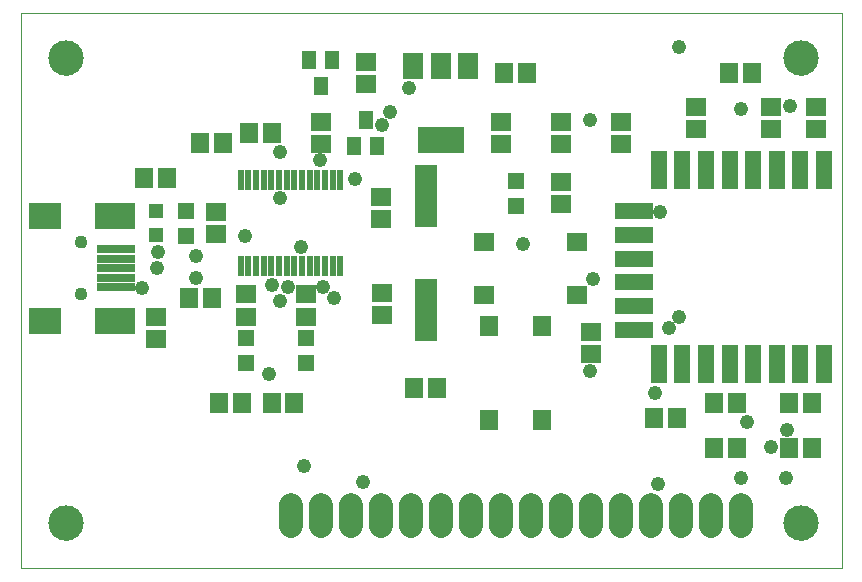
<source format=gts>
G75*
%MOIN*%
%OFA0B0*%
%FSLAX25Y25*%
%IPPOS*%
%LPD*%
%AMOC8*
5,1,8,0,0,1.08239X$1,22.5*
%
%ADD10C,0.00000*%
%ADD11C,0.11824*%
%ADD12R,0.06706X0.05918*%
%ADD13R,0.05918X0.06706*%
%ADD14R,0.02375X0.06706*%
%ADD15R,0.06706X0.08674*%
%ADD16R,0.15761X0.08674*%
%ADD17R,0.04737X0.04737*%
%ADD18R,0.05524X0.05524*%
%ADD19R,0.07800X0.20800*%
%ADD20R,0.05918X0.06902*%
%ADD21R,0.06902X0.05918*%
%ADD22R,0.04737X0.06312*%
%ADD23R,0.05524X0.12611*%
%ADD24R,0.12611X0.05524*%
%ADD25R,0.10643X0.08674*%
%ADD26R,0.13792X0.08674*%
%ADD27R,0.13005X0.02769*%
%ADD28C,0.04343*%
%ADD29C,0.07887*%
%ADD30C,0.04800*%
%ADD31C,0.04762*%
D10*
X0021404Y0011404D02*
X0021404Y0196364D01*
X0295104Y0196364D01*
X0295104Y0011404D01*
X0021404Y0011404D01*
X0030892Y0026404D02*
X0030894Y0026552D01*
X0030900Y0026700D01*
X0030910Y0026848D01*
X0030924Y0026995D01*
X0030942Y0027142D01*
X0030963Y0027288D01*
X0030989Y0027434D01*
X0031019Y0027579D01*
X0031052Y0027723D01*
X0031090Y0027866D01*
X0031131Y0028008D01*
X0031176Y0028149D01*
X0031224Y0028289D01*
X0031277Y0028428D01*
X0031333Y0028565D01*
X0031393Y0028700D01*
X0031456Y0028834D01*
X0031523Y0028966D01*
X0031594Y0029096D01*
X0031668Y0029224D01*
X0031745Y0029350D01*
X0031826Y0029474D01*
X0031910Y0029596D01*
X0031997Y0029715D01*
X0032088Y0029832D01*
X0032182Y0029947D01*
X0032278Y0030059D01*
X0032378Y0030169D01*
X0032480Y0030275D01*
X0032586Y0030379D01*
X0032694Y0030480D01*
X0032805Y0030578D01*
X0032918Y0030674D01*
X0033034Y0030766D01*
X0033152Y0030855D01*
X0033273Y0030940D01*
X0033396Y0031023D01*
X0033521Y0031102D01*
X0033648Y0031178D01*
X0033777Y0031250D01*
X0033908Y0031319D01*
X0034041Y0031384D01*
X0034176Y0031445D01*
X0034312Y0031503D01*
X0034449Y0031558D01*
X0034588Y0031608D01*
X0034729Y0031655D01*
X0034870Y0031698D01*
X0035013Y0031738D01*
X0035157Y0031773D01*
X0035301Y0031805D01*
X0035447Y0031832D01*
X0035593Y0031856D01*
X0035740Y0031876D01*
X0035887Y0031892D01*
X0036034Y0031904D01*
X0036182Y0031912D01*
X0036330Y0031916D01*
X0036478Y0031916D01*
X0036626Y0031912D01*
X0036774Y0031904D01*
X0036921Y0031892D01*
X0037068Y0031876D01*
X0037215Y0031856D01*
X0037361Y0031832D01*
X0037507Y0031805D01*
X0037651Y0031773D01*
X0037795Y0031738D01*
X0037938Y0031698D01*
X0038079Y0031655D01*
X0038220Y0031608D01*
X0038359Y0031558D01*
X0038496Y0031503D01*
X0038632Y0031445D01*
X0038767Y0031384D01*
X0038900Y0031319D01*
X0039031Y0031250D01*
X0039160Y0031178D01*
X0039287Y0031102D01*
X0039412Y0031023D01*
X0039535Y0030940D01*
X0039656Y0030855D01*
X0039774Y0030766D01*
X0039890Y0030674D01*
X0040003Y0030578D01*
X0040114Y0030480D01*
X0040222Y0030379D01*
X0040328Y0030275D01*
X0040430Y0030169D01*
X0040530Y0030059D01*
X0040626Y0029947D01*
X0040720Y0029832D01*
X0040811Y0029715D01*
X0040898Y0029596D01*
X0040982Y0029474D01*
X0041063Y0029350D01*
X0041140Y0029224D01*
X0041214Y0029096D01*
X0041285Y0028966D01*
X0041352Y0028834D01*
X0041415Y0028700D01*
X0041475Y0028565D01*
X0041531Y0028428D01*
X0041584Y0028289D01*
X0041632Y0028149D01*
X0041677Y0028008D01*
X0041718Y0027866D01*
X0041756Y0027723D01*
X0041789Y0027579D01*
X0041819Y0027434D01*
X0041845Y0027288D01*
X0041866Y0027142D01*
X0041884Y0026995D01*
X0041898Y0026848D01*
X0041908Y0026700D01*
X0041914Y0026552D01*
X0041916Y0026404D01*
X0041914Y0026256D01*
X0041908Y0026108D01*
X0041898Y0025960D01*
X0041884Y0025813D01*
X0041866Y0025666D01*
X0041845Y0025520D01*
X0041819Y0025374D01*
X0041789Y0025229D01*
X0041756Y0025085D01*
X0041718Y0024942D01*
X0041677Y0024800D01*
X0041632Y0024659D01*
X0041584Y0024519D01*
X0041531Y0024380D01*
X0041475Y0024243D01*
X0041415Y0024108D01*
X0041352Y0023974D01*
X0041285Y0023842D01*
X0041214Y0023712D01*
X0041140Y0023584D01*
X0041063Y0023458D01*
X0040982Y0023334D01*
X0040898Y0023212D01*
X0040811Y0023093D01*
X0040720Y0022976D01*
X0040626Y0022861D01*
X0040530Y0022749D01*
X0040430Y0022639D01*
X0040328Y0022533D01*
X0040222Y0022429D01*
X0040114Y0022328D01*
X0040003Y0022230D01*
X0039890Y0022134D01*
X0039774Y0022042D01*
X0039656Y0021953D01*
X0039535Y0021868D01*
X0039412Y0021785D01*
X0039287Y0021706D01*
X0039160Y0021630D01*
X0039031Y0021558D01*
X0038900Y0021489D01*
X0038767Y0021424D01*
X0038632Y0021363D01*
X0038496Y0021305D01*
X0038359Y0021250D01*
X0038220Y0021200D01*
X0038079Y0021153D01*
X0037938Y0021110D01*
X0037795Y0021070D01*
X0037651Y0021035D01*
X0037507Y0021003D01*
X0037361Y0020976D01*
X0037215Y0020952D01*
X0037068Y0020932D01*
X0036921Y0020916D01*
X0036774Y0020904D01*
X0036626Y0020896D01*
X0036478Y0020892D01*
X0036330Y0020892D01*
X0036182Y0020896D01*
X0036034Y0020904D01*
X0035887Y0020916D01*
X0035740Y0020932D01*
X0035593Y0020952D01*
X0035447Y0020976D01*
X0035301Y0021003D01*
X0035157Y0021035D01*
X0035013Y0021070D01*
X0034870Y0021110D01*
X0034729Y0021153D01*
X0034588Y0021200D01*
X0034449Y0021250D01*
X0034312Y0021305D01*
X0034176Y0021363D01*
X0034041Y0021424D01*
X0033908Y0021489D01*
X0033777Y0021558D01*
X0033648Y0021630D01*
X0033521Y0021706D01*
X0033396Y0021785D01*
X0033273Y0021868D01*
X0033152Y0021953D01*
X0033034Y0022042D01*
X0032918Y0022134D01*
X0032805Y0022230D01*
X0032694Y0022328D01*
X0032586Y0022429D01*
X0032480Y0022533D01*
X0032378Y0022639D01*
X0032278Y0022749D01*
X0032182Y0022861D01*
X0032088Y0022976D01*
X0031997Y0023093D01*
X0031910Y0023212D01*
X0031826Y0023334D01*
X0031745Y0023458D01*
X0031668Y0023584D01*
X0031594Y0023712D01*
X0031523Y0023842D01*
X0031456Y0023974D01*
X0031393Y0024108D01*
X0031333Y0024243D01*
X0031277Y0024380D01*
X0031224Y0024519D01*
X0031176Y0024659D01*
X0031131Y0024800D01*
X0031090Y0024942D01*
X0031052Y0025085D01*
X0031019Y0025229D01*
X0030989Y0025374D01*
X0030963Y0025520D01*
X0030942Y0025666D01*
X0030924Y0025813D01*
X0030910Y0025960D01*
X0030900Y0026108D01*
X0030894Y0026256D01*
X0030892Y0026404D01*
X0039632Y0102742D02*
X0039634Y0102826D01*
X0039640Y0102909D01*
X0039650Y0102992D01*
X0039664Y0103075D01*
X0039681Y0103157D01*
X0039703Y0103238D01*
X0039728Y0103317D01*
X0039757Y0103396D01*
X0039790Y0103473D01*
X0039826Y0103548D01*
X0039866Y0103622D01*
X0039909Y0103694D01*
X0039956Y0103763D01*
X0040006Y0103830D01*
X0040059Y0103895D01*
X0040115Y0103957D01*
X0040173Y0104017D01*
X0040235Y0104074D01*
X0040299Y0104127D01*
X0040366Y0104178D01*
X0040435Y0104225D01*
X0040506Y0104270D01*
X0040579Y0104310D01*
X0040654Y0104347D01*
X0040731Y0104381D01*
X0040809Y0104411D01*
X0040888Y0104437D01*
X0040969Y0104460D01*
X0041051Y0104478D01*
X0041133Y0104493D01*
X0041216Y0104504D01*
X0041299Y0104511D01*
X0041383Y0104514D01*
X0041467Y0104513D01*
X0041550Y0104508D01*
X0041634Y0104499D01*
X0041716Y0104486D01*
X0041798Y0104470D01*
X0041879Y0104449D01*
X0041960Y0104425D01*
X0042038Y0104397D01*
X0042116Y0104365D01*
X0042192Y0104329D01*
X0042266Y0104290D01*
X0042338Y0104248D01*
X0042408Y0104202D01*
X0042476Y0104153D01*
X0042541Y0104101D01*
X0042604Y0104046D01*
X0042664Y0103988D01*
X0042722Y0103927D01*
X0042776Y0103863D01*
X0042828Y0103797D01*
X0042876Y0103729D01*
X0042921Y0103658D01*
X0042962Y0103585D01*
X0043001Y0103511D01*
X0043035Y0103435D01*
X0043066Y0103357D01*
X0043093Y0103278D01*
X0043117Y0103197D01*
X0043136Y0103116D01*
X0043152Y0103034D01*
X0043164Y0102951D01*
X0043172Y0102867D01*
X0043176Y0102784D01*
X0043176Y0102700D01*
X0043172Y0102617D01*
X0043164Y0102533D01*
X0043152Y0102450D01*
X0043136Y0102368D01*
X0043117Y0102287D01*
X0043093Y0102206D01*
X0043066Y0102127D01*
X0043035Y0102049D01*
X0043001Y0101973D01*
X0042962Y0101899D01*
X0042921Y0101826D01*
X0042876Y0101755D01*
X0042828Y0101687D01*
X0042776Y0101621D01*
X0042722Y0101557D01*
X0042664Y0101496D01*
X0042604Y0101438D01*
X0042541Y0101383D01*
X0042476Y0101331D01*
X0042408Y0101282D01*
X0042338Y0101236D01*
X0042266Y0101194D01*
X0042192Y0101155D01*
X0042116Y0101119D01*
X0042038Y0101087D01*
X0041960Y0101059D01*
X0041879Y0101035D01*
X0041798Y0101014D01*
X0041716Y0100998D01*
X0041634Y0100985D01*
X0041550Y0100976D01*
X0041467Y0100971D01*
X0041383Y0100970D01*
X0041299Y0100973D01*
X0041216Y0100980D01*
X0041133Y0100991D01*
X0041051Y0101006D01*
X0040969Y0101024D01*
X0040888Y0101047D01*
X0040809Y0101073D01*
X0040731Y0101103D01*
X0040654Y0101137D01*
X0040579Y0101174D01*
X0040506Y0101214D01*
X0040435Y0101259D01*
X0040366Y0101306D01*
X0040299Y0101357D01*
X0040235Y0101410D01*
X0040173Y0101467D01*
X0040115Y0101527D01*
X0040059Y0101589D01*
X0040006Y0101654D01*
X0039956Y0101721D01*
X0039909Y0101790D01*
X0039866Y0101862D01*
X0039826Y0101936D01*
X0039790Y0102011D01*
X0039757Y0102088D01*
X0039728Y0102167D01*
X0039703Y0102246D01*
X0039681Y0102327D01*
X0039664Y0102409D01*
X0039650Y0102492D01*
X0039640Y0102575D01*
X0039634Y0102658D01*
X0039632Y0102742D01*
X0039632Y0120065D02*
X0039634Y0120149D01*
X0039640Y0120232D01*
X0039650Y0120315D01*
X0039664Y0120398D01*
X0039681Y0120480D01*
X0039703Y0120561D01*
X0039728Y0120640D01*
X0039757Y0120719D01*
X0039790Y0120796D01*
X0039826Y0120871D01*
X0039866Y0120945D01*
X0039909Y0121017D01*
X0039956Y0121086D01*
X0040006Y0121153D01*
X0040059Y0121218D01*
X0040115Y0121280D01*
X0040173Y0121340D01*
X0040235Y0121397D01*
X0040299Y0121450D01*
X0040366Y0121501D01*
X0040435Y0121548D01*
X0040506Y0121593D01*
X0040579Y0121633D01*
X0040654Y0121670D01*
X0040731Y0121704D01*
X0040809Y0121734D01*
X0040888Y0121760D01*
X0040969Y0121783D01*
X0041051Y0121801D01*
X0041133Y0121816D01*
X0041216Y0121827D01*
X0041299Y0121834D01*
X0041383Y0121837D01*
X0041467Y0121836D01*
X0041550Y0121831D01*
X0041634Y0121822D01*
X0041716Y0121809D01*
X0041798Y0121793D01*
X0041879Y0121772D01*
X0041960Y0121748D01*
X0042038Y0121720D01*
X0042116Y0121688D01*
X0042192Y0121652D01*
X0042266Y0121613D01*
X0042338Y0121571D01*
X0042408Y0121525D01*
X0042476Y0121476D01*
X0042541Y0121424D01*
X0042604Y0121369D01*
X0042664Y0121311D01*
X0042722Y0121250D01*
X0042776Y0121186D01*
X0042828Y0121120D01*
X0042876Y0121052D01*
X0042921Y0120981D01*
X0042962Y0120908D01*
X0043001Y0120834D01*
X0043035Y0120758D01*
X0043066Y0120680D01*
X0043093Y0120601D01*
X0043117Y0120520D01*
X0043136Y0120439D01*
X0043152Y0120357D01*
X0043164Y0120274D01*
X0043172Y0120190D01*
X0043176Y0120107D01*
X0043176Y0120023D01*
X0043172Y0119940D01*
X0043164Y0119856D01*
X0043152Y0119773D01*
X0043136Y0119691D01*
X0043117Y0119610D01*
X0043093Y0119529D01*
X0043066Y0119450D01*
X0043035Y0119372D01*
X0043001Y0119296D01*
X0042962Y0119222D01*
X0042921Y0119149D01*
X0042876Y0119078D01*
X0042828Y0119010D01*
X0042776Y0118944D01*
X0042722Y0118880D01*
X0042664Y0118819D01*
X0042604Y0118761D01*
X0042541Y0118706D01*
X0042476Y0118654D01*
X0042408Y0118605D01*
X0042338Y0118559D01*
X0042266Y0118517D01*
X0042192Y0118478D01*
X0042116Y0118442D01*
X0042038Y0118410D01*
X0041960Y0118382D01*
X0041879Y0118358D01*
X0041798Y0118337D01*
X0041716Y0118321D01*
X0041634Y0118308D01*
X0041550Y0118299D01*
X0041467Y0118294D01*
X0041383Y0118293D01*
X0041299Y0118296D01*
X0041216Y0118303D01*
X0041133Y0118314D01*
X0041051Y0118329D01*
X0040969Y0118347D01*
X0040888Y0118370D01*
X0040809Y0118396D01*
X0040731Y0118426D01*
X0040654Y0118460D01*
X0040579Y0118497D01*
X0040506Y0118537D01*
X0040435Y0118582D01*
X0040366Y0118629D01*
X0040299Y0118680D01*
X0040235Y0118733D01*
X0040173Y0118790D01*
X0040115Y0118850D01*
X0040059Y0118912D01*
X0040006Y0118977D01*
X0039956Y0119044D01*
X0039909Y0119113D01*
X0039866Y0119185D01*
X0039826Y0119259D01*
X0039790Y0119334D01*
X0039757Y0119411D01*
X0039728Y0119490D01*
X0039703Y0119569D01*
X0039681Y0119650D01*
X0039664Y0119732D01*
X0039650Y0119815D01*
X0039640Y0119898D01*
X0039634Y0119981D01*
X0039632Y0120065D01*
X0030892Y0181404D02*
X0030894Y0181552D01*
X0030900Y0181700D01*
X0030910Y0181848D01*
X0030924Y0181995D01*
X0030942Y0182142D01*
X0030963Y0182288D01*
X0030989Y0182434D01*
X0031019Y0182579D01*
X0031052Y0182723D01*
X0031090Y0182866D01*
X0031131Y0183008D01*
X0031176Y0183149D01*
X0031224Y0183289D01*
X0031277Y0183428D01*
X0031333Y0183565D01*
X0031393Y0183700D01*
X0031456Y0183834D01*
X0031523Y0183966D01*
X0031594Y0184096D01*
X0031668Y0184224D01*
X0031745Y0184350D01*
X0031826Y0184474D01*
X0031910Y0184596D01*
X0031997Y0184715D01*
X0032088Y0184832D01*
X0032182Y0184947D01*
X0032278Y0185059D01*
X0032378Y0185169D01*
X0032480Y0185275D01*
X0032586Y0185379D01*
X0032694Y0185480D01*
X0032805Y0185578D01*
X0032918Y0185674D01*
X0033034Y0185766D01*
X0033152Y0185855D01*
X0033273Y0185940D01*
X0033396Y0186023D01*
X0033521Y0186102D01*
X0033648Y0186178D01*
X0033777Y0186250D01*
X0033908Y0186319D01*
X0034041Y0186384D01*
X0034176Y0186445D01*
X0034312Y0186503D01*
X0034449Y0186558D01*
X0034588Y0186608D01*
X0034729Y0186655D01*
X0034870Y0186698D01*
X0035013Y0186738D01*
X0035157Y0186773D01*
X0035301Y0186805D01*
X0035447Y0186832D01*
X0035593Y0186856D01*
X0035740Y0186876D01*
X0035887Y0186892D01*
X0036034Y0186904D01*
X0036182Y0186912D01*
X0036330Y0186916D01*
X0036478Y0186916D01*
X0036626Y0186912D01*
X0036774Y0186904D01*
X0036921Y0186892D01*
X0037068Y0186876D01*
X0037215Y0186856D01*
X0037361Y0186832D01*
X0037507Y0186805D01*
X0037651Y0186773D01*
X0037795Y0186738D01*
X0037938Y0186698D01*
X0038079Y0186655D01*
X0038220Y0186608D01*
X0038359Y0186558D01*
X0038496Y0186503D01*
X0038632Y0186445D01*
X0038767Y0186384D01*
X0038900Y0186319D01*
X0039031Y0186250D01*
X0039160Y0186178D01*
X0039287Y0186102D01*
X0039412Y0186023D01*
X0039535Y0185940D01*
X0039656Y0185855D01*
X0039774Y0185766D01*
X0039890Y0185674D01*
X0040003Y0185578D01*
X0040114Y0185480D01*
X0040222Y0185379D01*
X0040328Y0185275D01*
X0040430Y0185169D01*
X0040530Y0185059D01*
X0040626Y0184947D01*
X0040720Y0184832D01*
X0040811Y0184715D01*
X0040898Y0184596D01*
X0040982Y0184474D01*
X0041063Y0184350D01*
X0041140Y0184224D01*
X0041214Y0184096D01*
X0041285Y0183966D01*
X0041352Y0183834D01*
X0041415Y0183700D01*
X0041475Y0183565D01*
X0041531Y0183428D01*
X0041584Y0183289D01*
X0041632Y0183149D01*
X0041677Y0183008D01*
X0041718Y0182866D01*
X0041756Y0182723D01*
X0041789Y0182579D01*
X0041819Y0182434D01*
X0041845Y0182288D01*
X0041866Y0182142D01*
X0041884Y0181995D01*
X0041898Y0181848D01*
X0041908Y0181700D01*
X0041914Y0181552D01*
X0041916Y0181404D01*
X0041914Y0181256D01*
X0041908Y0181108D01*
X0041898Y0180960D01*
X0041884Y0180813D01*
X0041866Y0180666D01*
X0041845Y0180520D01*
X0041819Y0180374D01*
X0041789Y0180229D01*
X0041756Y0180085D01*
X0041718Y0179942D01*
X0041677Y0179800D01*
X0041632Y0179659D01*
X0041584Y0179519D01*
X0041531Y0179380D01*
X0041475Y0179243D01*
X0041415Y0179108D01*
X0041352Y0178974D01*
X0041285Y0178842D01*
X0041214Y0178712D01*
X0041140Y0178584D01*
X0041063Y0178458D01*
X0040982Y0178334D01*
X0040898Y0178212D01*
X0040811Y0178093D01*
X0040720Y0177976D01*
X0040626Y0177861D01*
X0040530Y0177749D01*
X0040430Y0177639D01*
X0040328Y0177533D01*
X0040222Y0177429D01*
X0040114Y0177328D01*
X0040003Y0177230D01*
X0039890Y0177134D01*
X0039774Y0177042D01*
X0039656Y0176953D01*
X0039535Y0176868D01*
X0039412Y0176785D01*
X0039287Y0176706D01*
X0039160Y0176630D01*
X0039031Y0176558D01*
X0038900Y0176489D01*
X0038767Y0176424D01*
X0038632Y0176363D01*
X0038496Y0176305D01*
X0038359Y0176250D01*
X0038220Y0176200D01*
X0038079Y0176153D01*
X0037938Y0176110D01*
X0037795Y0176070D01*
X0037651Y0176035D01*
X0037507Y0176003D01*
X0037361Y0175976D01*
X0037215Y0175952D01*
X0037068Y0175932D01*
X0036921Y0175916D01*
X0036774Y0175904D01*
X0036626Y0175896D01*
X0036478Y0175892D01*
X0036330Y0175892D01*
X0036182Y0175896D01*
X0036034Y0175904D01*
X0035887Y0175916D01*
X0035740Y0175932D01*
X0035593Y0175952D01*
X0035447Y0175976D01*
X0035301Y0176003D01*
X0035157Y0176035D01*
X0035013Y0176070D01*
X0034870Y0176110D01*
X0034729Y0176153D01*
X0034588Y0176200D01*
X0034449Y0176250D01*
X0034312Y0176305D01*
X0034176Y0176363D01*
X0034041Y0176424D01*
X0033908Y0176489D01*
X0033777Y0176558D01*
X0033648Y0176630D01*
X0033521Y0176706D01*
X0033396Y0176785D01*
X0033273Y0176868D01*
X0033152Y0176953D01*
X0033034Y0177042D01*
X0032918Y0177134D01*
X0032805Y0177230D01*
X0032694Y0177328D01*
X0032586Y0177429D01*
X0032480Y0177533D01*
X0032378Y0177639D01*
X0032278Y0177749D01*
X0032182Y0177861D01*
X0032088Y0177976D01*
X0031997Y0178093D01*
X0031910Y0178212D01*
X0031826Y0178334D01*
X0031745Y0178458D01*
X0031668Y0178584D01*
X0031594Y0178712D01*
X0031523Y0178842D01*
X0031456Y0178974D01*
X0031393Y0179108D01*
X0031333Y0179243D01*
X0031277Y0179380D01*
X0031224Y0179519D01*
X0031176Y0179659D01*
X0031131Y0179800D01*
X0031090Y0179942D01*
X0031052Y0180085D01*
X0031019Y0180229D01*
X0030989Y0180374D01*
X0030963Y0180520D01*
X0030942Y0180666D01*
X0030924Y0180813D01*
X0030910Y0180960D01*
X0030900Y0181108D01*
X0030894Y0181256D01*
X0030892Y0181404D01*
X0275892Y0181404D02*
X0275894Y0181552D01*
X0275900Y0181700D01*
X0275910Y0181848D01*
X0275924Y0181995D01*
X0275942Y0182142D01*
X0275963Y0182288D01*
X0275989Y0182434D01*
X0276019Y0182579D01*
X0276052Y0182723D01*
X0276090Y0182866D01*
X0276131Y0183008D01*
X0276176Y0183149D01*
X0276224Y0183289D01*
X0276277Y0183428D01*
X0276333Y0183565D01*
X0276393Y0183700D01*
X0276456Y0183834D01*
X0276523Y0183966D01*
X0276594Y0184096D01*
X0276668Y0184224D01*
X0276745Y0184350D01*
X0276826Y0184474D01*
X0276910Y0184596D01*
X0276997Y0184715D01*
X0277088Y0184832D01*
X0277182Y0184947D01*
X0277278Y0185059D01*
X0277378Y0185169D01*
X0277480Y0185275D01*
X0277586Y0185379D01*
X0277694Y0185480D01*
X0277805Y0185578D01*
X0277918Y0185674D01*
X0278034Y0185766D01*
X0278152Y0185855D01*
X0278273Y0185940D01*
X0278396Y0186023D01*
X0278521Y0186102D01*
X0278648Y0186178D01*
X0278777Y0186250D01*
X0278908Y0186319D01*
X0279041Y0186384D01*
X0279176Y0186445D01*
X0279312Y0186503D01*
X0279449Y0186558D01*
X0279588Y0186608D01*
X0279729Y0186655D01*
X0279870Y0186698D01*
X0280013Y0186738D01*
X0280157Y0186773D01*
X0280301Y0186805D01*
X0280447Y0186832D01*
X0280593Y0186856D01*
X0280740Y0186876D01*
X0280887Y0186892D01*
X0281034Y0186904D01*
X0281182Y0186912D01*
X0281330Y0186916D01*
X0281478Y0186916D01*
X0281626Y0186912D01*
X0281774Y0186904D01*
X0281921Y0186892D01*
X0282068Y0186876D01*
X0282215Y0186856D01*
X0282361Y0186832D01*
X0282507Y0186805D01*
X0282651Y0186773D01*
X0282795Y0186738D01*
X0282938Y0186698D01*
X0283079Y0186655D01*
X0283220Y0186608D01*
X0283359Y0186558D01*
X0283496Y0186503D01*
X0283632Y0186445D01*
X0283767Y0186384D01*
X0283900Y0186319D01*
X0284031Y0186250D01*
X0284160Y0186178D01*
X0284287Y0186102D01*
X0284412Y0186023D01*
X0284535Y0185940D01*
X0284656Y0185855D01*
X0284774Y0185766D01*
X0284890Y0185674D01*
X0285003Y0185578D01*
X0285114Y0185480D01*
X0285222Y0185379D01*
X0285328Y0185275D01*
X0285430Y0185169D01*
X0285530Y0185059D01*
X0285626Y0184947D01*
X0285720Y0184832D01*
X0285811Y0184715D01*
X0285898Y0184596D01*
X0285982Y0184474D01*
X0286063Y0184350D01*
X0286140Y0184224D01*
X0286214Y0184096D01*
X0286285Y0183966D01*
X0286352Y0183834D01*
X0286415Y0183700D01*
X0286475Y0183565D01*
X0286531Y0183428D01*
X0286584Y0183289D01*
X0286632Y0183149D01*
X0286677Y0183008D01*
X0286718Y0182866D01*
X0286756Y0182723D01*
X0286789Y0182579D01*
X0286819Y0182434D01*
X0286845Y0182288D01*
X0286866Y0182142D01*
X0286884Y0181995D01*
X0286898Y0181848D01*
X0286908Y0181700D01*
X0286914Y0181552D01*
X0286916Y0181404D01*
X0286914Y0181256D01*
X0286908Y0181108D01*
X0286898Y0180960D01*
X0286884Y0180813D01*
X0286866Y0180666D01*
X0286845Y0180520D01*
X0286819Y0180374D01*
X0286789Y0180229D01*
X0286756Y0180085D01*
X0286718Y0179942D01*
X0286677Y0179800D01*
X0286632Y0179659D01*
X0286584Y0179519D01*
X0286531Y0179380D01*
X0286475Y0179243D01*
X0286415Y0179108D01*
X0286352Y0178974D01*
X0286285Y0178842D01*
X0286214Y0178712D01*
X0286140Y0178584D01*
X0286063Y0178458D01*
X0285982Y0178334D01*
X0285898Y0178212D01*
X0285811Y0178093D01*
X0285720Y0177976D01*
X0285626Y0177861D01*
X0285530Y0177749D01*
X0285430Y0177639D01*
X0285328Y0177533D01*
X0285222Y0177429D01*
X0285114Y0177328D01*
X0285003Y0177230D01*
X0284890Y0177134D01*
X0284774Y0177042D01*
X0284656Y0176953D01*
X0284535Y0176868D01*
X0284412Y0176785D01*
X0284287Y0176706D01*
X0284160Y0176630D01*
X0284031Y0176558D01*
X0283900Y0176489D01*
X0283767Y0176424D01*
X0283632Y0176363D01*
X0283496Y0176305D01*
X0283359Y0176250D01*
X0283220Y0176200D01*
X0283079Y0176153D01*
X0282938Y0176110D01*
X0282795Y0176070D01*
X0282651Y0176035D01*
X0282507Y0176003D01*
X0282361Y0175976D01*
X0282215Y0175952D01*
X0282068Y0175932D01*
X0281921Y0175916D01*
X0281774Y0175904D01*
X0281626Y0175896D01*
X0281478Y0175892D01*
X0281330Y0175892D01*
X0281182Y0175896D01*
X0281034Y0175904D01*
X0280887Y0175916D01*
X0280740Y0175932D01*
X0280593Y0175952D01*
X0280447Y0175976D01*
X0280301Y0176003D01*
X0280157Y0176035D01*
X0280013Y0176070D01*
X0279870Y0176110D01*
X0279729Y0176153D01*
X0279588Y0176200D01*
X0279449Y0176250D01*
X0279312Y0176305D01*
X0279176Y0176363D01*
X0279041Y0176424D01*
X0278908Y0176489D01*
X0278777Y0176558D01*
X0278648Y0176630D01*
X0278521Y0176706D01*
X0278396Y0176785D01*
X0278273Y0176868D01*
X0278152Y0176953D01*
X0278034Y0177042D01*
X0277918Y0177134D01*
X0277805Y0177230D01*
X0277694Y0177328D01*
X0277586Y0177429D01*
X0277480Y0177533D01*
X0277378Y0177639D01*
X0277278Y0177749D01*
X0277182Y0177861D01*
X0277088Y0177976D01*
X0276997Y0178093D01*
X0276910Y0178212D01*
X0276826Y0178334D01*
X0276745Y0178458D01*
X0276668Y0178584D01*
X0276594Y0178712D01*
X0276523Y0178842D01*
X0276456Y0178974D01*
X0276393Y0179108D01*
X0276333Y0179243D01*
X0276277Y0179380D01*
X0276224Y0179519D01*
X0276176Y0179659D01*
X0276131Y0179800D01*
X0276090Y0179942D01*
X0276052Y0180085D01*
X0276019Y0180229D01*
X0275989Y0180374D01*
X0275963Y0180520D01*
X0275942Y0180666D01*
X0275924Y0180813D01*
X0275910Y0180960D01*
X0275900Y0181108D01*
X0275894Y0181256D01*
X0275892Y0181404D01*
X0275892Y0026404D02*
X0275894Y0026552D01*
X0275900Y0026700D01*
X0275910Y0026848D01*
X0275924Y0026995D01*
X0275942Y0027142D01*
X0275963Y0027288D01*
X0275989Y0027434D01*
X0276019Y0027579D01*
X0276052Y0027723D01*
X0276090Y0027866D01*
X0276131Y0028008D01*
X0276176Y0028149D01*
X0276224Y0028289D01*
X0276277Y0028428D01*
X0276333Y0028565D01*
X0276393Y0028700D01*
X0276456Y0028834D01*
X0276523Y0028966D01*
X0276594Y0029096D01*
X0276668Y0029224D01*
X0276745Y0029350D01*
X0276826Y0029474D01*
X0276910Y0029596D01*
X0276997Y0029715D01*
X0277088Y0029832D01*
X0277182Y0029947D01*
X0277278Y0030059D01*
X0277378Y0030169D01*
X0277480Y0030275D01*
X0277586Y0030379D01*
X0277694Y0030480D01*
X0277805Y0030578D01*
X0277918Y0030674D01*
X0278034Y0030766D01*
X0278152Y0030855D01*
X0278273Y0030940D01*
X0278396Y0031023D01*
X0278521Y0031102D01*
X0278648Y0031178D01*
X0278777Y0031250D01*
X0278908Y0031319D01*
X0279041Y0031384D01*
X0279176Y0031445D01*
X0279312Y0031503D01*
X0279449Y0031558D01*
X0279588Y0031608D01*
X0279729Y0031655D01*
X0279870Y0031698D01*
X0280013Y0031738D01*
X0280157Y0031773D01*
X0280301Y0031805D01*
X0280447Y0031832D01*
X0280593Y0031856D01*
X0280740Y0031876D01*
X0280887Y0031892D01*
X0281034Y0031904D01*
X0281182Y0031912D01*
X0281330Y0031916D01*
X0281478Y0031916D01*
X0281626Y0031912D01*
X0281774Y0031904D01*
X0281921Y0031892D01*
X0282068Y0031876D01*
X0282215Y0031856D01*
X0282361Y0031832D01*
X0282507Y0031805D01*
X0282651Y0031773D01*
X0282795Y0031738D01*
X0282938Y0031698D01*
X0283079Y0031655D01*
X0283220Y0031608D01*
X0283359Y0031558D01*
X0283496Y0031503D01*
X0283632Y0031445D01*
X0283767Y0031384D01*
X0283900Y0031319D01*
X0284031Y0031250D01*
X0284160Y0031178D01*
X0284287Y0031102D01*
X0284412Y0031023D01*
X0284535Y0030940D01*
X0284656Y0030855D01*
X0284774Y0030766D01*
X0284890Y0030674D01*
X0285003Y0030578D01*
X0285114Y0030480D01*
X0285222Y0030379D01*
X0285328Y0030275D01*
X0285430Y0030169D01*
X0285530Y0030059D01*
X0285626Y0029947D01*
X0285720Y0029832D01*
X0285811Y0029715D01*
X0285898Y0029596D01*
X0285982Y0029474D01*
X0286063Y0029350D01*
X0286140Y0029224D01*
X0286214Y0029096D01*
X0286285Y0028966D01*
X0286352Y0028834D01*
X0286415Y0028700D01*
X0286475Y0028565D01*
X0286531Y0028428D01*
X0286584Y0028289D01*
X0286632Y0028149D01*
X0286677Y0028008D01*
X0286718Y0027866D01*
X0286756Y0027723D01*
X0286789Y0027579D01*
X0286819Y0027434D01*
X0286845Y0027288D01*
X0286866Y0027142D01*
X0286884Y0026995D01*
X0286898Y0026848D01*
X0286908Y0026700D01*
X0286914Y0026552D01*
X0286916Y0026404D01*
X0286914Y0026256D01*
X0286908Y0026108D01*
X0286898Y0025960D01*
X0286884Y0025813D01*
X0286866Y0025666D01*
X0286845Y0025520D01*
X0286819Y0025374D01*
X0286789Y0025229D01*
X0286756Y0025085D01*
X0286718Y0024942D01*
X0286677Y0024800D01*
X0286632Y0024659D01*
X0286584Y0024519D01*
X0286531Y0024380D01*
X0286475Y0024243D01*
X0286415Y0024108D01*
X0286352Y0023974D01*
X0286285Y0023842D01*
X0286214Y0023712D01*
X0286140Y0023584D01*
X0286063Y0023458D01*
X0285982Y0023334D01*
X0285898Y0023212D01*
X0285811Y0023093D01*
X0285720Y0022976D01*
X0285626Y0022861D01*
X0285530Y0022749D01*
X0285430Y0022639D01*
X0285328Y0022533D01*
X0285222Y0022429D01*
X0285114Y0022328D01*
X0285003Y0022230D01*
X0284890Y0022134D01*
X0284774Y0022042D01*
X0284656Y0021953D01*
X0284535Y0021868D01*
X0284412Y0021785D01*
X0284287Y0021706D01*
X0284160Y0021630D01*
X0284031Y0021558D01*
X0283900Y0021489D01*
X0283767Y0021424D01*
X0283632Y0021363D01*
X0283496Y0021305D01*
X0283359Y0021250D01*
X0283220Y0021200D01*
X0283079Y0021153D01*
X0282938Y0021110D01*
X0282795Y0021070D01*
X0282651Y0021035D01*
X0282507Y0021003D01*
X0282361Y0020976D01*
X0282215Y0020952D01*
X0282068Y0020932D01*
X0281921Y0020916D01*
X0281774Y0020904D01*
X0281626Y0020896D01*
X0281478Y0020892D01*
X0281330Y0020892D01*
X0281182Y0020896D01*
X0281034Y0020904D01*
X0280887Y0020916D01*
X0280740Y0020932D01*
X0280593Y0020952D01*
X0280447Y0020976D01*
X0280301Y0021003D01*
X0280157Y0021035D01*
X0280013Y0021070D01*
X0279870Y0021110D01*
X0279729Y0021153D01*
X0279588Y0021200D01*
X0279449Y0021250D01*
X0279312Y0021305D01*
X0279176Y0021363D01*
X0279041Y0021424D01*
X0278908Y0021489D01*
X0278777Y0021558D01*
X0278648Y0021630D01*
X0278521Y0021706D01*
X0278396Y0021785D01*
X0278273Y0021868D01*
X0278152Y0021953D01*
X0278034Y0022042D01*
X0277918Y0022134D01*
X0277805Y0022230D01*
X0277694Y0022328D01*
X0277586Y0022429D01*
X0277480Y0022533D01*
X0277378Y0022639D01*
X0277278Y0022749D01*
X0277182Y0022861D01*
X0277088Y0022976D01*
X0276997Y0023093D01*
X0276910Y0023212D01*
X0276826Y0023334D01*
X0276745Y0023458D01*
X0276668Y0023584D01*
X0276594Y0023712D01*
X0276523Y0023842D01*
X0276456Y0023974D01*
X0276393Y0024108D01*
X0276333Y0024243D01*
X0276277Y0024380D01*
X0276224Y0024519D01*
X0276176Y0024659D01*
X0276131Y0024800D01*
X0276090Y0024942D01*
X0276052Y0025085D01*
X0276019Y0025229D01*
X0275989Y0025374D01*
X0275963Y0025520D01*
X0275942Y0025666D01*
X0275924Y0025813D01*
X0275910Y0025960D01*
X0275900Y0026108D01*
X0275894Y0026256D01*
X0275892Y0026404D01*
D11*
X0281404Y0026404D03*
X0281404Y0181404D03*
X0036404Y0181404D03*
X0036404Y0026404D03*
D12*
X0066404Y0087663D03*
X0066404Y0095144D03*
X0096404Y0095163D03*
X0096404Y0102644D03*
X0116404Y0102644D03*
X0116404Y0095163D03*
X0141886Y0095665D03*
X0141886Y0103146D03*
X0141404Y0127663D03*
X0141404Y0135144D03*
X0121404Y0152663D03*
X0121404Y0160144D03*
X0136404Y0172663D03*
X0136404Y0180144D03*
X0181404Y0160144D03*
X0181404Y0152663D03*
X0201404Y0152663D03*
X0201404Y0160144D03*
X0221404Y0160144D03*
X0221404Y0152663D03*
X0201404Y0140144D03*
X0201404Y0132663D03*
X0246404Y0157663D03*
X0246404Y0165144D03*
X0271404Y0165144D03*
X0271404Y0157663D03*
X0286404Y0157663D03*
X0286404Y0165144D03*
X0211404Y0090144D03*
X0211404Y0082663D03*
X0086404Y0122663D03*
X0086404Y0130144D03*
D13*
X0070144Y0141404D03*
X0062663Y0141404D03*
X0081384Y0153175D03*
X0088864Y0153175D03*
X0097663Y0156404D03*
X0105144Y0156404D03*
X0182663Y0176404D03*
X0190144Y0176404D03*
X0257663Y0176404D03*
X0265144Y0176404D03*
X0160144Y0071404D03*
X0152663Y0071404D03*
X0112644Y0066404D03*
X0105163Y0066404D03*
X0095144Y0066404D03*
X0087663Y0066404D03*
X0085144Y0101404D03*
X0077663Y0101404D03*
X0232663Y0061404D03*
X0240144Y0061404D03*
X0252663Y0066404D03*
X0260144Y0066404D03*
X0277663Y0066404D03*
X0285144Y0066404D03*
X0285144Y0051404D03*
X0277663Y0051404D03*
X0260144Y0051404D03*
X0252663Y0051404D03*
D14*
X0128037Y0112132D03*
X0125478Y0112132D03*
X0122919Y0112132D03*
X0120360Y0112132D03*
X0117801Y0112132D03*
X0115242Y0112132D03*
X0112683Y0112132D03*
X0110124Y0112132D03*
X0107565Y0112132D03*
X0105006Y0112132D03*
X0102447Y0112132D03*
X0099888Y0112132D03*
X0097329Y0112132D03*
X0094770Y0112132D03*
X0094770Y0140675D03*
X0097329Y0140675D03*
X0099888Y0140675D03*
X0102447Y0140675D03*
X0105006Y0140675D03*
X0107565Y0140675D03*
X0110124Y0140675D03*
X0112683Y0140675D03*
X0115242Y0140675D03*
X0117801Y0140675D03*
X0120360Y0140675D03*
X0122919Y0140675D03*
X0125478Y0140675D03*
X0128037Y0140675D03*
D15*
X0152348Y0178805D03*
X0161404Y0178805D03*
X0170459Y0178805D03*
D16*
X0161404Y0154002D03*
D17*
X0066404Y0130341D03*
X0066404Y0122467D03*
D18*
X0076404Y0122270D03*
X0076404Y0130537D03*
X0096404Y0088037D03*
X0096404Y0079770D03*
X0116404Y0079770D03*
X0116404Y0088037D03*
X0186404Y0132270D03*
X0186404Y0140537D03*
D19*
X0156404Y0135404D03*
X0156404Y0097404D03*
D20*
X0177545Y0092053D03*
X0195262Y0092053D03*
X0195262Y0060754D03*
X0177545Y0060754D03*
D21*
X0175754Y0102545D03*
X0175754Y0120262D03*
X0207053Y0120262D03*
X0207053Y0102545D03*
D22*
X0140144Y0152073D03*
X0132663Y0152073D03*
X0136404Y0160734D03*
X0121404Y0172073D03*
X0125144Y0180734D03*
X0117663Y0180734D03*
D23*
X0234120Y0144081D03*
X0241994Y0144081D03*
X0249868Y0144081D03*
X0257742Y0144081D03*
X0265616Y0144081D03*
X0273490Y0144081D03*
X0281364Y0144081D03*
X0289238Y0144081D03*
X0289238Y0079514D03*
X0281364Y0079514D03*
X0273490Y0079514D03*
X0265616Y0079514D03*
X0257742Y0079514D03*
X0249868Y0079514D03*
X0241994Y0079514D03*
X0234120Y0079514D03*
D24*
X0225852Y0090931D03*
X0225852Y0098805D03*
X0225852Y0106679D03*
X0225852Y0114553D03*
X0225852Y0122427D03*
X0225852Y0130301D03*
D25*
X0029593Y0128923D03*
X0029593Y0093884D03*
D26*
X0052821Y0093884D03*
X0052821Y0128923D03*
D27*
X0053215Y0117703D03*
X0053215Y0114553D03*
X0053215Y0111404D03*
X0053215Y0108254D03*
X0053215Y0105104D03*
D28*
X0041404Y0102742D03*
X0041404Y0120065D03*
D29*
X0111404Y0032447D02*
X0111404Y0025360D01*
X0121404Y0025360D02*
X0121404Y0032447D01*
X0131404Y0032447D02*
X0131404Y0025360D01*
X0141404Y0025360D02*
X0141404Y0032447D01*
X0151404Y0032447D02*
X0151404Y0025360D01*
X0161404Y0025360D02*
X0161404Y0032447D01*
X0171404Y0032447D02*
X0171404Y0025360D01*
X0181404Y0025360D02*
X0181404Y0032447D01*
X0191404Y0032447D02*
X0191404Y0025360D01*
X0201404Y0025360D02*
X0201404Y0032447D01*
X0211404Y0032447D02*
X0211404Y0025360D01*
X0221404Y0025360D02*
X0221404Y0032447D01*
X0231404Y0032447D02*
X0231404Y0025360D01*
X0241404Y0025360D02*
X0241404Y0032447D01*
X0251404Y0032447D02*
X0251404Y0025360D01*
X0261404Y0025360D02*
X0261404Y0032447D01*
D30*
X0233804Y0039304D03*
X0263504Y0060004D03*
X0271604Y0051904D03*
X0277004Y0057304D03*
X0232904Y0069904D03*
X0211304Y0077104D03*
X0237404Y0091504D03*
X0241004Y0095104D03*
X0212204Y0107704D03*
X0188804Y0119404D03*
X0234704Y0130204D03*
X0211304Y0160804D03*
X0241004Y0185104D03*
X0261704Y0164404D03*
X0277904Y0165304D03*
X0151004Y0171604D03*
X0144704Y0163504D03*
X0142004Y0159004D03*
X0121304Y0147304D03*
X0133004Y0141004D03*
X0107804Y0134704D03*
X0096104Y0122104D03*
X0079994Y0115473D03*
X0079904Y0108182D03*
X0066973Y0111304D03*
X0067304Y0116704D03*
X0105104Y0105904D03*
X0110504Y0105004D03*
X0107804Y0100504D03*
X0122204Y0105004D03*
X0125804Y0101404D03*
X0115004Y0118504D03*
X0107804Y0150004D03*
X0104204Y0076204D03*
X0115904Y0045604D03*
X0135704Y0040204D03*
D31*
X0062004Y0104907D03*
X0261404Y0041404D03*
X0276404Y0041404D03*
M02*

</source>
